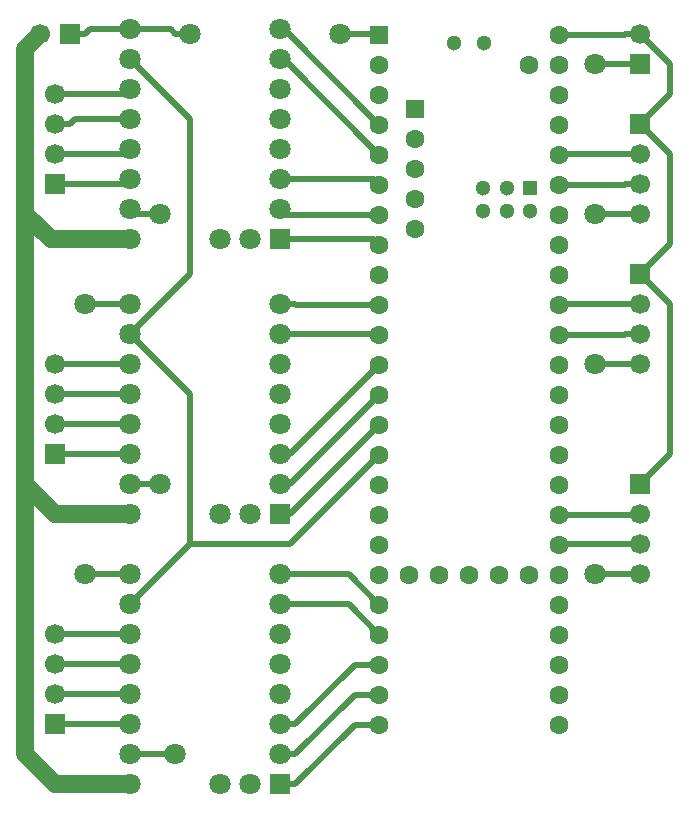
<source format=gbr>
%TF.GenerationSoftware,KiCad,Pcbnew,9.0.2*%
%TF.CreationDate,2025-07-16T11:30:41+01:00*%
%TF.ProjectId,High Tech Fidget Spinner,48696768-2054-4656-9368-204669646765,rev?*%
%TF.SameCoordinates,Original*%
%TF.FileFunction,Copper,L1,Top*%
%TF.FilePolarity,Positive*%
%FSLAX46Y46*%
G04 Gerber Fmt 4.6, Leading zero omitted, Abs format (unit mm)*
G04 Created by KiCad (PCBNEW 9.0.2) date 2025-07-16 11:30:41*
%MOMM*%
%LPD*%
G01*
G04 APERTURE LIST*
%TA.AperFunction,ComponentPad*%
%ADD10C,1.700000*%
%TD*%
%TA.AperFunction,ComponentPad*%
%ADD11R,1.700000X1.700000*%
%TD*%
%TA.AperFunction,ComponentPad*%
%ADD12C,1.800000*%
%TD*%
%TA.AperFunction,ComponentPad*%
%ADD13R,1.800000X1.800000*%
%TD*%
%TA.AperFunction,ComponentPad*%
%ADD14C,1.600000*%
%TD*%
%TA.AperFunction,ComponentPad*%
%ADD15R,1.600000X1.600000*%
%TD*%
%TA.AperFunction,ComponentPad*%
%ADD16R,1.300000X1.300000*%
%TD*%
%TA.AperFunction,ComponentPad*%
%ADD17C,1.300000*%
%TD*%
%TA.AperFunction,ViaPad*%
%ADD18C,1.800000*%
%TD*%
%TA.AperFunction,Conductor*%
%ADD19C,0.500000*%
%TD*%
%TA.AperFunction,Conductor*%
%ADD20C,1.500000*%
%TD*%
G04 APERTURE END LIST*
D10*
%TO.P,J5,4,Pin_4*%
%TO.N,Net-(J5-Pin_4)*%
X36830000Y-34290000D03*
%TO.P,J5,3,Pin_3*%
%TO.N,Net-(J5-Pin_3)*%
X36830000Y-36830000D03*
%TO.P,J5,2,Pin_2*%
%TO.N,Net-(J5-Pin_2)*%
X36830000Y-39370000D03*
D11*
%TO.P,J5,1,Pin_1*%
%TO.N,Net-(J5-Pin_1)*%
X36830000Y-41910000D03*
%TD*%
D12*
%TO.P,U4,A1,A1*%
%TO.N,Net-(J5-Pin_2)*%
X43180000Y-38989000D03*
%TO.P,U4,A2,A2*%
%TO.N,Net-(J5-Pin_1)*%
X43180000Y-41529000D03*
%TO.P,U4,B1,B1*%
%TO.N,Net-(J5-Pin_3)*%
X43180000Y-36449000D03*
%TO.P,U4,B2,B2*%
%TO.N,Net-(J5-Pin_4)*%
X43180000Y-33909000D03*
%TO.P,U4,CLK,CLK*%
%TO.N,unconnected-(U4-PadCLK)*%
X55880000Y-33909000D03*
%TO.P,U4,DIAG,DIAG*%
%TO.N,unconnected-(U4-PadDIAG)*%
X50800000Y-46609000D03*
%TO.P,U4,DIR,DIR*%
%TO.N,DIR_3*%
X55880000Y-28829000D03*
D13*
%TO.P,U4,EN,EN*%
%TO.N,EN3*%
X55880000Y-46609000D03*
D12*
%TO.P,U4,GND,GND*%
%TO.N,GND*%
X43180000Y-44069000D03*
X43180000Y-28829000D03*
%TO.P,U4,INDEX,INDEX*%
%TO.N,unconnected-(U4-PadINDEX)*%
X53340000Y-46609000D03*
%TO.P,U4,MS1,MS1*%
%TO.N,MS1_3*%
X55880000Y-44069000D03*
%TO.P,U4,MS2,MS2*%
%TO.N,MS2_3*%
X55880000Y-41529000D03*
%TO.P,U4,Rx,Rx*%
%TO.N,unconnected-(U4-PadRx)*%
X55880000Y-38989000D03*
%TO.P,U4,STEP,STEP*%
%TO.N,STEP_3*%
X55880000Y-31369000D03*
%TO.P,U4,Tx,Tx*%
%TO.N,unconnected-(U4-PadTx)*%
X55880000Y-36449000D03*
%TO.P,U4,VIO,VIO*%
%TO.N,+3.3V*%
X43180000Y-31369000D03*
%TO.P,U4,Vs,Vs*%
%TO.N,VS*%
X43180000Y-46609000D03*
%TD*%
%TO.P,U3,A1,A1*%
%TO.N,Net-(J4-Pin_2)*%
X43180000Y-62230000D03*
%TO.P,U3,A2,A2*%
%TO.N,Net-(J4-Pin_1)*%
X43180000Y-64770000D03*
%TO.P,U3,B1,B1*%
%TO.N,Net-(J4-Pin_3)*%
X43180000Y-59690000D03*
%TO.P,U3,B2,B2*%
%TO.N,Net-(J4-Pin_4)*%
X43180000Y-57150000D03*
%TO.P,U3,CLK,CLK*%
%TO.N,unconnected-(U3-PadCLK)*%
X55880000Y-57150000D03*
%TO.P,U3,DIAG,DIAG*%
%TO.N,unconnected-(U3-PadDIAG)*%
X50800000Y-69850000D03*
%TO.P,U3,DIR,DIR*%
%TO.N,DIR_2*%
X55880000Y-52070000D03*
D13*
%TO.P,U3,EN,EN*%
%TO.N,EN2*%
X55880000Y-69850000D03*
D12*
%TO.P,U3,GND,GND*%
%TO.N,GND*%
X43180000Y-67310000D03*
X43180000Y-52070000D03*
%TO.P,U3,INDEX,INDEX*%
%TO.N,unconnected-(U3-PadINDEX)*%
X53340000Y-69850000D03*
%TO.P,U3,MS1,MS1*%
%TO.N,MS1_2*%
X55880000Y-67310000D03*
%TO.P,U3,MS2,MS2*%
%TO.N,MS2_2*%
X55880000Y-64770000D03*
%TO.P,U3,Rx,Rx*%
%TO.N,unconnected-(U3-PadRx)*%
X55880000Y-62230000D03*
%TO.P,U3,STEP,STEP*%
%TO.N,STEP_2*%
X55880000Y-54610000D03*
%TO.P,U3,Tx,Tx*%
%TO.N,unconnected-(U3-PadTx)*%
X55880000Y-59690000D03*
%TO.P,U3,VIO,VIO*%
%TO.N,+3.3V*%
X43180000Y-54610000D03*
%TO.P,U3,Vs,Vs*%
%TO.N,VS*%
X43180000Y-69850000D03*
%TD*%
%TO.P,U2,A1,A1*%
%TO.N,Net-(J3-Pin_2)*%
X43180000Y-85090000D03*
%TO.P,U2,A2,A2*%
%TO.N,Net-(J3-Pin_1)*%
X43180000Y-87630000D03*
%TO.P,U2,B1,B1*%
%TO.N,Net-(J3-Pin_3)*%
X43180000Y-82550000D03*
%TO.P,U2,B2,B2*%
%TO.N,Net-(J3-Pin_4)*%
X43180000Y-80010000D03*
%TO.P,U2,CLK,CLK*%
%TO.N,unconnected-(U2-PadCLK)*%
X55880000Y-80010000D03*
%TO.P,U2,DIAG,DIAG*%
%TO.N,unconnected-(U2-PadDIAG)*%
X50800000Y-92710000D03*
%TO.P,U2,DIR,DIR*%
%TO.N,DIR_1*%
X55880000Y-74930000D03*
D13*
%TO.P,U2,EN,EN*%
%TO.N,EN1*%
X55880000Y-92710000D03*
D12*
%TO.P,U2,GND,GND*%
%TO.N,GND*%
X43180000Y-90170000D03*
X43180000Y-74930000D03*
%TO.P,U2,INDEX,INDEX*%
%TO.N,unconnected-(U2-PadINDEX)*%
X53340000Y-92710000D03*
%TO.P,U2,MS1,MS1*%
%TO.N,MS1_1*%
X55880000Y-90170000D03*
%TO.P,U2,MS2,MS2*%
%TO.N,MS2_1*%
X55880000Y-87630000D03*
%TO.P,U2,Rx,Rx*%
%TO.N,unconnected-(U2-PadRx)*%
X55880000Y-85090000D03*
%TO.P,U2,STEP,STEP*%
%TO.N,STEP_1*%
X55880000Y-77470000D03*
%TO.P,U2,Tx,Tx*%
%TO.N,unconnected-(U2-PadTx)*%
X55880000Y-82550000D03*
%TO.P,U2,VIO,VIO*%
%TO.N,+3.3V*%
X43180000Y-77470000D03*
%TO.P,U2,Vs,Vs*%
%TO.N,VS*%
X43180000Y-92710000D03*
%TD*%
D14*
%TO.P,U1,49,VUSB*%
%TO.N,unconnected-(U1-VUSB-Pad49)*%
X76959200Y-31800800D03*
%TO.P,U1,59,GND*%
%TO.N,unconnected-(U1-GND-Pad59)*%
X67310000Y-45720000D03*
%TO.P,U1,58,GND*%
%TO.N,unconnected-(U1-GND-Pad58)*%
X67310000Y-43180000D03*
%TO.P,U1,57,D+*%
%TO.N,unconnected-(U1-D+-Pad57)*%
X67310000Y-40640000D03*
%TO.P,U1,56,D-*%
%TO.N,unconnected-(U1-D--Pad56)*%
X67310000Y-38100000D03*
D15*
%TO.P,U1,55,5V*%
%TO.N,unconnected-(U1-5V-Pad55)*%
X67310000Y-35560000D03*
D14*
%TO.P,U1,48,VIN*%
%TO.N,VSS*%
X79499200Y-29260800D03*
%TO.P,U1,47,GND*%
%TO.N,unconnected-(U1-GND-Pad47)*%
X79499200Y-31800800D03*
%TO.P,U1,46,3V3*%
%TO.N,unconnected-(U1-3V3-Pad46)*%
X79499200Y-34340800D03*
%TO.P,U1,45,23_A9_CRX1_MCLK1*%
%TO.N,unconnected-(U1-23_A9_CRX1_MCLK1-Pad45)*%
X79499200Y-36880800D03*
%TO.P,U1,44,22_A8_CTX1*%
%TO.N,Net-(J6-Pin_2)*%
X79499200Y-39420800D03*
%TO.P,U1,43,21_A7_RX5_BCLK1*%
%TO.N,Net-(J6-Pin_3)*%
X79499200Y-41960800D03*
%TO.P,U1,42,20_A6_TX5_LRCLK1*%
%TO.N,unconnected-(U1-20_A6_TX5_LRCLK1-Pad42)*%
X79499200Y-44500800D03*
%TO.P,U1,41,19_A5_SCL*%
%TO.N,unconnected-(U1-19_A5_SCL-Pad41)*%
X79499200Y-47040800D03*
%TO.P,U1,40,18_A4_SDA*%
%TO.N,unconnected-(U1-18_A4_SDA-Pad40)*%
X79499200Y-49580800D03*
%TO.P,U1,39,17_A3_TX4_SDA1*%
%TO.N,Net-(J7-Pin_2)*%
X79499200Y-52120800D03*
%TO.P,U1,38,16_A2_RX4_SCL1*%
%TO.N,Net-(J7-Pin_3)*%
X79499200Y-54660800D03*
%TO.P,U1,37,15_A1_RX3_SPDIF_IN*%
%TO.N,unconnected-(U1-15_A1_RX3_SPDIF_IN-Pad37)*%
X79499200Y-57200800D03*
%TO.P,U1,36,14_A0_TX3_SPDIF_OUT*%
%TO.N,unconnected-(U1-14_A0_TX3_SPDIF_OUT-Pad36)*%
X79499200Y-59740800D03*
%TO.P,U1,35,13_SCK_LED*%
%TO.N,unconnected-(U1-13_SCK_LED-Pad35)*%
X79499200Y-62280800D03*
D15*
%TO.P,U1,1,GND*%
%TO.N,GND*%
X64259200Y-29260800D03*
D14*
%TO.P,U1,2,0_RX1_CRX2_CS1*%
%TO.N,unconnected-(U1-0_RX1_CRX2_CS1-Pad2)*%
X64259200Y-31800800D03*
%TO.P,U1,3,1_TX1_CTX2_MISO1*%
%TO.N,unconnected-(U1-1_TX1_CTX2_MISO1-Pad3)*%
X64259200Y-34340800D03*
%TO.P,U1,4,2_OUT2*%
%TO.N,DIR_3*%
X64259200Y-36880800D03*
%TO.P,U1,5,3_LRCLK2*%
%TO.N,STEP_3*%
X64259200Y-39420800D03*
%TO.P,U1,6,4_BCLK2*%
%TO.N,MS2_3*%
X64259200Y-41960800D03*
%TO.P,U1,7,5_IN2*%
%TO.N,MS1_3*%
X64259200Y-44500800D03*
%TO.P,U1,8,6_OUT1D*%
%TO.N,EN3*%
X64259200Y-47040800D03*
%TO.P,U1,9,7_RX2_OUT1A*%
%TO.N,unconnected-(U1-7_RX2_OUT1A-Pad9)*%
X64259200Y-49580800D03*
%TO.P,U1,10,8_TX2_IN1*%
%TO.N,DIR_2*%
X64259200Y-52120800D03*
%TO.P,U1,11,9_OUT1C*%
%TO.N,STEP_2*%
X64259200Y-54660800D03*
%TO.P,U1,12,10_CS_MQSR*%
%TO.N,MS2_2*%
X64259200Y-57200800D03*
%TO.P,U1,13,11_MOSI_CTX1*%
%TO.N,MS1_2*%
X64259200Y-59740800D03*
%TO.P,U1,34,GND*%
%TO.N,unconnected-(U1-GND-Pad34)*%
X79499200Y-64820800D03*
%TO.P,U1,33,41_A17*%
%TO.N,unconnected-(U1-41_A17-Pad33)*%
X79499200Y-67360800D03*
%TO.P,U1,32,40_A16*%
%TO.N,Net-(J8-Pin_2)*%
X79499200Y-69900800D03*
%TO.P,U1,31,39_MISO1_OUT1A*%
%TO.N,Net-(J8-Pin_3)*%
X79499200Y-72440800D03*
%TO.P,U1,30,38_CS1_IN1*%
%TO.N,unconnected-(U1-38_CS1_IN1-Pad30)*%
X79499200Y-74980800D03*
%TO.P,U1,29,37_CS*%
%TO.N,unconnected-(U1-37_CS-Pad29)*%
X79499200Y-77520800D03*
%TO.P,U1,28,36_CS*%
%TO.N,unconnected-(U1-36_CS-Pad28)*%
X79499200Y-80060800D03*
%TO.P,U1,27,35_TX8*%
%TO.N,unconnected-(U1-35_TX8-Pad27)*%
X79499200Y-82600800D03*
%TO.P,U1,26,34_RX8*%
%TO.N,unconnected-(U1-34_RX8-Pad26)*%
X79499200Y-85140800D03*
%TO.P,U1,25,33_MCLK2*%
%TO.N,unconnected-(U1-33_MCLK2-Pad25)*%
X79499200Y-87680800D03*
%TO.P,U1,24,32_OUT1B*%
%TO.N,EN1*%
X64259200Y-87680800D03*
%TO.P,U1,23,31_CTX3*%
%TO.N,MS1_1*%
X64259200Y-85140800D03*
%TO.P,U1,22,30_CRX3*%
%TO.N,MS2_1*%
X64259200Y-82600800D03*
%TO.P,U1,21,29_TX7*%
%TO.N,STEP_1*%
X64259200Y-80060800D03*
%TO.P,U1,14,12_MISO_MQSL*%
%TO.N,EN2*%
X64259200Y-62280800D03*
%TO.P,U1,15,3V3*%
%TO.N,+3.3V*%
X64259200Y-64820800D03*
%TO.P,U1,16,24_A10_TX6_SCL2*%
%TO.N,unconnected-(U1-24_A10_TX6_SCL2-Pad16)*%
X64259200Y-67360800D03*
%TO.P,U1,20,28_RX7*%
%TO.N,DIR_1*%
X64259200Y-77520800D03*
%TO.P,U1,19,27_A13_SCK1*%
%TO.N,unconnected-(U1-27_A13_SCK1-Pad19)*%
X64259200Y-74980800D03*
%TO.P,U1,18,26_A12_MOSI1*%
%TO.N,unconnected-(U1-26_A12_MOSI1-Pad18)*%
X64259200Y-72440800D03*
%TO.P,U1,17,25_A11_RX6_SDA2*%
%TO.N,unconnected-(U1-25_A11_RX6_SDA2-Pad17)*%
X64259200Y-69900800D03*
D16*
%TO.P,U1,60,R+*%
%TO.N,unconnected-(U1-R+-Pad60)*%
X77060800Y-42230800D03*
D17*
%TO.P,U1,65,R-*%
%TO.N,unconnected-(U1-R--Pad65)*%
X77060800Y-44230800D03*
%TO.P,U1,61,LED*%
%TO.N,unconnected-(U1-LED-Pad61)*%
X75060800Y-42230800D03*
%TO.P,U1,64,GND*%
%TO.N,unconnected-(U1-GND-Pad64)*%
X75060800Y-44230800D03*
%TO.P,U1,63,T+*%
%TO.N,unconnected-(U1-T+-Pad63)*%
X73060800Y-44230800D03*
%TO.P,U1,62,T-*%
%TO.N,unconnected-(U1-T--Pad62)*%
X73060800Y-42230800D03*
D14*
%TO.P,U1,50,VBAT*%
%TO.N,unconnected-(U1-VBAT-Pad50)*%
X66799200Y-74980800D03*
%TO.P,U1,51,3V3*%
%TO.N,unconnected-(U1-3V3-Pad51)*%
X69339200Y-74980800D03*
%TO.P,U1,52,GND*%
%TO.N,unconnected-(U1-GND-Pad52)*%
X71879200Y-74980800D03*
%TO.P,U1,53,PROGRAM*%
%TO.N,unconnected-(U1-PROGRAM-Pad53)*%
X74419200Y-74980800D03*
%TO.P,U1,54,ON_OFF*%
%TO.N,unconnected-(U1-ON_OFF-Pad54)*%
X76959200Y-74980800D03*
D17*
%TO.P,U1,67,D+*%
%TO.N,unconnected-(U1-D+-Pad67)*%
X70609200Y-29990800D03*
%TO.P,U1,66,D-*%
%TO.N,unconnected-(U1-D--Pad66)*%
X73149200Y-29990800D03*
%TD*%
D11*
%TO.P,J8,1,Pin_1*%
%TO.N,VSS*%
X86360000Y-67310000D03*
D10*
%TO.P,J8,2,Pin_2*%
%TO.N,Net-(J8-Pin_2)*%
X86360000Y-69850000D03*
%TO.P,J8,3,Pin_3*%
%TO.N,Net-(J8-Pin_3)*%
X86360000Y-72390000D03*
%TO.P,J8,4,Pin_4*%
%TO.N,GND*%
X86360000Y-74930000D03*
%TD*%
D11*
%TO.P,J7,1,Pin_1*%
%TO.N,VSS*%
X86360000Y-49530000D03*
D10*
%TO.P,J7,2,Pin_2*%
%TO.N,Net-(J7-Pin_2)*%
X86360000Y-52070000D03*
%TO.P,J7,3,Pin_3*%
%TO.N,Net-(J7-Pin_3)*%
X86360000Y-54610000D03*
%TO.P,J7,4,Pin_4*%
%TO.N,GND*%
X86360000Y-57150000D03*
%TD*%
D11*
%TO.P,J6,1,Pin_1*%
%TO.N,VSS*%
X86360000Y-36830000D03*
D10*
%TO.P,J6,2,Pin_2*%
%TO.N,Net-(J6-Pin_2)*%
X86360000Y-39370000D03*
%TO.P,J6,3,Pin_3*%
%TO.N,Net-(J6-Pin_3)*%
X86360000Y-41910000D03*
%TO.P,J6,4,Pin_4*%
%TO.N,GND*%
X86360000Y-44450000D03*
%TD*%
D11*
%TO.P,J4,1,Pin_1*%
%TO.N,Net-(J4-Pin_1)*%
X36830000Y-64770000D03*
D10*
%TO.P,J4,2,Pin_2*%
%TO.N,Net-(J4-Pin_2)*%
X36830000Y-62230000D03*
%TO.P,J4,3,Pin_3*%
%TO.N,Net-(J4-Pin_3)*%
X36830000Y-59690000D03*
%TO.P,J4,4,Pin_4*%
%TO.N,Net-(J4-Pin_4)*%
X36830000Y-57150000D03*
%TD*%
D11*
%TO.P,J3,1,Pin_1*%
%TO.N,Net-(J3-Pin_1)*%
X36830000Y-87630000D03*
D10*
%TO.P,J3,2,Pin_2*%
%TO.N,Net-(J3-Pin_2)*%
X36830000Y-85090000D03*
%TO.P,J3,3,Pin_3*%
%TO.N,Net-(J3-Pin_3)*%
X36830000Y-82550000D03*
%TO.P,J3,4,Pin_4*%
%TO.N,Net-(J3-Pin_4)*%
X36830000Y-80010000D03*
%TD*%
D11*
%TO.P,J2,1,Pin_1*%
%TO.N,GND*%
X86360000Y-31750000D03*
D10*
%TO.P,J2,2,Pin_2*%
%TO.N,VSS*%
X86360000Y-29210000D03*
%TD*%
D11*
%TO.P,J1,1,Pin_1*%
%TO.N,GND*%
X38100000Y-29210000D03*
D10*
%TO.P,J1,2,Pin_2*%
%TO.N,VS*%
X35560000Y-29210000D03*
%TD*%
D18*
%TO.N,GND*%
X82550000Y-31750000D03*
X82550000Y-44450000D03*
X82550000Y-57150000D03*
X82550000Y-74930000D03*
X46990000Y-90170000D03*
X45720000Y-67310000D03*
X45720000Y-44450000D03*
X39370000Y-74930000D03*
X39370000Y-52070000D03*
X60960000Y-29210000D03*
X48260000Y-29210000D03*
%TD*%
D19*
%TO.N,GND*%
X82550000Y-31750000D02*
X86360000Y-31750000D01*
X82550000Y-44450000D02*
X86360000Y-44450000D01*
X82550000Y-57150000D02*
X86360000Y-57150000D01*
X82550000Y-74930000D02*
X86360000Y-74930000D01*
X46990000Y-90170000D02*
X43180000Y-90170000D01*
%TO.N,+3.3V*%
X56690000Y-72390000D02*
X48260000Y-72390000D01*
X64259200Y-64820800D02*
X56690000Y-72390000D01*
X48260000Y-72390000D02*
X48260000Y-71120000D01*
X43180000Y-77470000D02*
X48260000Y-72390000D01*
%TO.N,GND*%
X45720000Y-67310000D02*
X43180000Y-67310000D01*
%TO.N,+3.3V*%
X48260000Y-59690000D02*
X48260000Y-71120000D01*
X43180000Y-54610000D02*
X48260000Y-59690000D01*
%TO.N,GND*%
X43561000Y-44450000D02*
X43180000Y-44069000D01*
X45720000Y-44450000D02*
X43561000Y-44450000D01*
%TO.N,+3.3V*%
X48260000Y-49530000D02*
X43180000Y-54610000D01*
X48260000Y-36449000D02*
X48260000Y-49530000D01*
X43180000Y-31369000D02*
X48260000Y-36449000D01*
%TO.N,GND*%
X39370000Y-52070000D02*
X43180000Y-52070000D01*
X39370000Y-74930000D02*
X43180000Y-74930000D01*
X64208400Y-29210000D02*
X64259200Y-29260800D01*
X60960000Y-29210000D02*
X64208400Y-29210000D01*
X46990000Y-29210000D02*
X46609000Y-28829000D01*
X48260000Y-29210000D02*
X46990000Y-29210000D01*
X46609000Y-28829000D02*
X43180000Y-28829000D01*
X39751000Y-28829000D02*
X43180000Y-28829000D01*
X39370000Y-29210000D02*
X39751000Y-28829000D01*
X38100000Y-29210000D02*
X39370000Y-29210000D01*
D20*
%TO.N,VS*%
X34290000Y-90170000D02*
X34290000Y-66040000D01*
X36830000Y-92710000D02*
X34290000Y-90170000D01*
X43180000Y-92710000D02*
X36830000Y-92710000D01*
X34290000Y-66040000D02*
X34290000Y-44450000D01*
X34290000Y-67310000D02*
X34290000Y-66040000D01*
X36830000Y-69850000D02*
X34290000Y-67310000D01*
X43180000Y-69850000D02*
X36830000Y-69850000D01*
X34290000Y-44450000D02*
X36449000Y-46609000D01*
X34290000Y-30480000D02*
X34290000Y-44450000D01*
X36449000Y-46609000D02*
X43180000Y-46609000D01*
X35560000Y-29210000D02*
X34290000Y-30480000D01*
D19*
%TO.N,VSS*%
X88900000Y-34290000D02*
X86360000Y-36830000D01*
X88900000Y-31750000D02*
X88900000Y-34290000D01*
X86360000Y-29210000D02*
X88900000Y-31750000D01*
X88900000Y-52070000D02*
X86360000Y-49530000D01*
X88900000Y-64770000D02*
X88900000Y-52070000D01*
X86360000Y-67310000D02*
X88900000Y-64770000D01*
X88900000Y-46990000D02*
X86360000Y-49530000D01*
X86360000Y-36830000D02*
X88900000Y-39370000D01*
X88900000Y-39370000D02*
X88900000Y-46990000D01*
X86360000Y-29210000D02*
X85090000Y-29210000D01*
X85090000Y-29210000D02*
X85039200Y-29260800D01*
X85039200Y-29260800D02*
X79499200Y-29260800D01*
%TO.N,Net-(J8-Pin_3)*%
X79550000Y-72390000D02*
X79499200Y-72440800D01*
X86360000Y-72390000D02*
X79550000Y-72390000D01*
%TO.N,Net-(J8-Pin_2)*%
X86309200Y-69900800D02*
X86360000Y-69850000D01*
X79499200Y-69900800D02*
X86309200Y-69900800D01*
%TO.N,Net-(J7-Pin_3)*%
X85039200Y-54660800D02*
X79499200Y-54660800D01*
X85090000Y-54610000D02*
X85039200Y-54660800D01*
X86360000Y-54610000D02*
X85090000Y-54610000D01*
%TO.N,Net-(J7-Pin_2)*%
X79550000Y-52070000D02*
X79499200Y-52120800D01*
X86360000Y-52070000D02*
X79550000Y-52070000D01*
%TO.N,Net-(J6-Pin_3)*%
X85039200Y-41960800D02*
X79499200Y-41960800D01*
X85090000Y-41910000D02*
X85039200Y-41960800D01*
X86360000Y-41910000D02*
X85090000Y-41910000D01*
%TO.N,Net-(J6-Pin_2)*%
X79550000Y-39370000D02*
X79499200Y-39420800D01*
X86360000Y-39370000D02*
X79550000Y-39370000D01*
%TO.N,Net-(J3-Pin_1)*%
X36830000Y-87630000D02*
X43180000Y-87630000D01*
%TO.N,Net-(J3-Pin_2)*%
X36830000Y-85090000D02*
X43180000Y-85090000D01*
%TO.N,Net-(J3-Pin_3)*%
X36830000Y-82550000D02*
X43180000Y-82550000D01*
%TO.N,Net-(J3-Pin_4)*%
X36830000Y-80010000D02*
X43180000Y-80010000D01*
%TO.N,Net-(J4-Pin_1)*%
X36830000Y-64770000D02*
X43180000Y-64770000D01*
%TO.N,Net-(J4-Pin_2)*%
X36830000Y-62230000D02*
X43180000Y-62230000D01*
%TO.N,Net-(J4-Pin_3)*%
X36830000Y-59690000D02*
X43180000Y-59690000D01*
%TO.N,Net-(J4-Pin_4)*%
X36830000Y-57150000D02*
X43180000Y-57150000D01*
%TO.N,Net-(J5-Pin_1)*%
X42799000Y-41910000D02*
X43180000Y-41529000D01*
%TO.N,Net-(J5-Pin_2)*%
X42799000Y-39370000D02*
X43180000Y-38989000D01*
%TO.N,Net-(J5-Pin_4)*%
X42799000Y-34290000D02*
X43180000Y-33909000D01*
%TO.N,EN1*%
X57150000Y-92710000D02*
X62179200Y-87680800D01*
X62179200Y-87680800D02*
X64259200Y-87680800D01*
X55880000Y-92710000D02*
X57150000Y-92710000D01*
%TO.N,MS1_1*%
X62179200Y-85140800D02*
X64259200Y-85140800D01*
X57150000Y-90170000D02*
X62179200Y-85140800D01*
X55880000Y-90170000D02*
X57150000Y-90170000D01*
%TO.N,MS2_1*%
X62179200Y-82600800D02*
X64259200Y-82600800D01*
X57150000Y-87630000D02*
X62179200Y-82600800D01*
X55880000Y-87630000D02*
X57150000Y-87630000D01*
%TO.N,STEP_1*%
X55880000Y-77470000D02*
X61668400Y-77470000D01*
X61668400Y-77470000D02*
X64259200Y-80060800D01*
%TO.N,DIR_1*%
X61668400Y-74930000D02*
X64259200Y-77520800D01*
X55880000Y-74930000D02*
X61668400Y-74930000D01*
%TO.N,EN2*%
X56690000Y-69850000D02*
X55880000Y-69850000D01*
X64259200Y-62280800D02*
X56690000Y-69850000D01*
%TO.N,MS1_2*%
X56690000Y-67310000D02*
X55880000Y-67310000D01*
X64259200Y-59740800D02*
X56690000Y-67310000D01*
%TO.N,MS2_2*%
X56690000Y-64770000D02*
X55880000Y-64770000D01*
X64259200Y-57200800D02*
X56690000Y-64770000D01*
%TO.N,STEP_2*%
X64208400Y-54610000D02*
X64259200Y-54660800D01*
X55880000Y-54610000D02*
X64208400Y-54610000D01*
%TO.N,DIR_2*%
X57200800Y-52120800D02*
X64259200Y-52120800D01*
X57150000Y-52070000D02*
X57200800Y-52120800D01*
X55880000Y-52070000D02*
X57150000Y-52070000D01*
%TO.N,DIR_3*%
X56207400Y-28829000D02*
X55880000Y-28829000D01*
X64259200Y-36880800D02*
X56207400Y-28829000D01*
%TO.N,STEP_3*%
X56207400Y-31369000D02*
X55880000Y-31369000D01*
X64259200Y-39420800D02*
X56207400Y-31369000D01*
%TO.N,MS2_3*%
X63827400Y-41529000D02*
X64259200Y-41960800D01*
X55880000Y-41529000D02*
X63827400Y-41529000D01*
%TO.N,MS1_3*%
X56311800Y-44500800D02*
X55880000Y-44069000D01*
X64259200Y-44500800D02*
X56311800Y-44500800D01*
%TO.N,EN3*%
X63827400Y-46609000D02*
X64259200Y-47040800D01*
X55880000Y-46609000D02*
X63827400Y-46609000D01*
%TO.N,Net-(J5-Pin_1)*%
X36830000Y-41910000D02*
X42799000Y-41910000D01*
%TO.N,Net-(J5-Pin_2)*%
X36830000Y-39370000D02*
X42799000Y-39370000D01*
%TO.N,Net-(J5-Pin_3)*%
X38481000Y-36449000D02*
X43180000Y-36449000D01*
X38100000Y-36830000D02*
X38481000Y-36449000D01*
X36830000Y-36830000D02*
X38100000Y-36830000D01*
%TO.N,Net-(J5-Pin_4)*%
X36830000Y-34290000D02*
X42799000Y-34290000D01*
%TD*%
M02*

</source>
